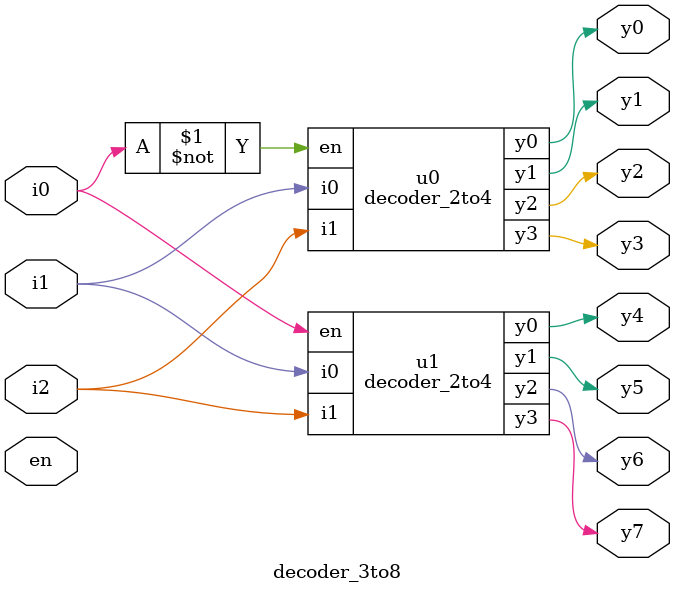
<source format=v>
module decoder_2to4(
  input i0,i1,
  input en,//enable is like switch for decoder
  //active high decoder en = 1 (ON)
  //active low decoder en = 0 (ON)
  output y0,y1,y2,y3
);
  assign y0 = ~i0 & ~i1 & en;
  assign y1 = ~i0 & i1 & en;
  assign y2 = i0 & ~i1 & en;
  assign y3 = ~i0 & i1 & en;
endmodule

module decoder_3to8(
  input i0,i1,i2,
  input en,
  output y0,y1,y2,y3,y4,y5,y6,y7
);
  decoder_2to4 u0(i1,i2,~i0,y0,y1,y2,y3);
  decoder_2to4 u1(i1,i2,i0,y4,y5,y6,y7);
                  endmodule

</source>
